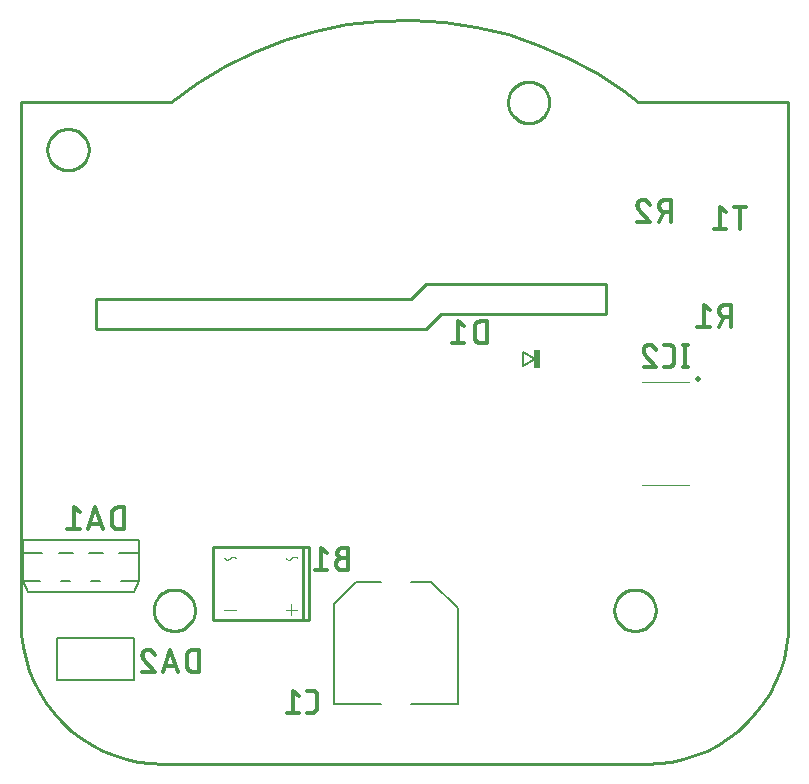
<source format=gbr>
G04 EAGLE Gerber RS-274X export*
G75*
%MOMM*%
%FSLAX34Y34*%
%LPD*%
%INSilkscreen Bottom*%
%IPPOS*%
%AMOC8*
5,1,8,0,0,1.08239X$1,22.5*%
G01*
%ADD10C,0.330200*%
%ADD11C,0.203200*%
%ADD12R,0.609600X1.574800*%
%ADD13C,0.500000*%
%ADD14C,0.120000*%
%ADD15C,0.254000*%
%ADD16C,0.101600*%
%ADD17C,0.254000*%


D10*
X601599Y369951D02*
X601599Y388493D01*
X596448Y388493D01*
X596306Y388491D01*
X596164Y388485D01*
X596023Y388475D01*
X595881Y388462D01*
X595740Y388444D01*
X595600Y388423D01*
X595460Y388397D01*
X595322Y388368D01*
X595184Y388335D01*
X595046Y388299D01*
X594910Y388258D01*
X594775Y388214D01*
X594642Y388166D01*
X594510Y388114D01*
X594379Y388059D01*
X594250Y388000D01*
X594122Y387938D01*
X593996Y387872D01*
X593873Y387803D01*
X593751Y387730D01*
X593631Y387654D01*
X593513Y387575D01*
X593397Y387492D01*
X593284Y387407D01*
X593173Y387318D01*
X593065Y387226D01*
X592959Y387132D01*
X592856Y387034D01*
X592756Y386934D01*
X592658Y386831D01*
X592564Y386725D01*
X592472Y386617D01*
X592383Y386506D01*
X592298Y386393D01*
X592215Y386277D01*
X592136Y386159D01*
X592060Y386039D01*
X591987Y385918D01*
X591918Y385794D01*
X591852Y385668D01*
X591790Y385540D01*
X591731Y385411D01*
X591676Y385280D01*
X591624Y385148D01*
X591576Y385015D01*
X591532Y384880D01*
X591491Y384744D01*
X591455Y384606D01*
X591422Y384468D01*
X591393Y384330D01*
X591367Y384190D01*
X591346Y384050D01*
X591328Y383909D01*
X591315Y383767D01*
X591305Y383626D01*
X591299Y383484D01*
X591297Y383342D01*
X591299Y383200D01*
X591305Y383058D01*
X591315Y382917D01*
X591328Y382775D01*
X591346Y382634D01*
X591367Y382494D01*
X591393Y382354D01*
X591422Y382216D01*
X591455Y382078D01*
X591491Y381940D01*
X591532Y381804D01*
X591576Y381669D01*
X591624Y381536D01*
X591676Y381404D01*
X591731Y381273D01*
X591790Y381144D01*
X591852Y381016D01*
X591918Y380890D01*
X591987Y380767D01*
X592060Y380645D01*
X592136Y380525D01*
X592215Y380407D01*
X592298Y380291D01*
X592383Y380178D01*
X592472Y380067D01*
X592564Y379959D01*
X592658Y379853D01*
X592756Y379750D01*
X592856Y379650D01*
X592959Y379552D01*
X593065Y379458D01*
X593173Y379366D01*
X593284Y379277D01*
X593397Y379192D01*
X593513Y379109D01*
X593631Y379030D01*
X593751Y378954D01*
X593872Y378881D01*
X593996Y378812D01*
X594122Y378746D01*
X594250Y378684D01*
X594379Y378625D01*
X594510Y378570D01*
X594642Y378518D01*
X594775Y378470D01*
X594910Y378426D01*
X595046Y378385D01*
X595184Y378349D01*
X595322Y378316D01*
X595460Y378287D01*
X595600Y378261D01*
X595740Y378240D01*
X595881Y378222D01*
X596023Y378209D01*
X596164Y378199D01*
X596306Y378193D01*
X596448Y378191D01*
X596448Y378192D02*
X601599Y378192D01*
X595418Y378192D02*
X591298Y369951D01*
X583199Y384373D02*
X578048Y388493D01*
X578048Y369951D01*
X583199Y369951D02*
X572897Y369951D01*
X550799Y458851D02*
X550799Y477393D01*
X545648Y477393D01*
X545506Y477391D01*
X545364Y477385D01*
X545223Y477375D01*
X545081Y477362D01*
X544940Y477344D01*
X544800Y477323D01*
X544660Y477297D01*
X544522Y477268D01*
X544384Y477235D01*
X544246Y477199D01*
X544110Y477158D01*
X543975Y477114D01*
X543842Y477066D01*
X543710Y477014D01*
X543579Y476959D01*
X543450Y476900D01*
X543322Y476838D01*
X543196Y476772D01*
X543073Y476703D01*
X542951Y476630D01*
X542831Y476554D01*
X542713Y476475D01*
X542597Y476392D01*
X542484Y476307D01*
X542373Y476218D01*
X542265Y476126D01*
X542159Y476032D01*
X542056Y475934D01*
X541956Y475834D01*
X541858Y475731D01*
X541764Y475625D01*
X541672Y475517D01*
X541583Y475406D01*
X541498Y475293D01*
X541415Y475177D01*
X541336Y475059D01*
X541260Y474939D01*
X541187Y474818D01*
X541118Y474694D01*
X541052Y474568D01*
X540990Y474440D01*
X540931Y474311D01*
X540876Y474180D01*
X540824Y474048D01*
X540776Y473915D01*
X540732Y473780D01*
X540691Y473644D01*
X540655Y473506D01*
X540622Y473368D01*
X540593Y473230D01*
X540567Y473090D01*
X540546Y472950D01*
X540528Y472809D01*
X540515Y472667D01*
X540505Y472526D01*
X540499Y472384D01*
X540497Y472242D01*
X540499Y472100D01*
X540505Y471958D01*
X540515Y471817D01*
X540528Y471675D01*
X540546Y471534D01*
X540567Y471394D01*
X540593Y471254D01*
X540622Y471116D01*
X540655Y470978D01*
X540691Y470840D01*
X540732Y470704D01*
X540776Y470569D01*
X540824Y470436D01*
X540876Y470304D01*
X540931Y470173D01*
X540990Y470044D01*
X541052Y469916D01*
X541118Y469790D01*
X541187Y469667D01*
X541260Y469545D01*
X541336Y469425D01*
X541415Y469307D01*
X541498Y469191D01*
X541583Y469078D01*
X541672Y468967D01*
X541764Y468859D01*
X541858Y468753D01*
X541956Y468650D01*
X542056Y468550D01*
X542159Y468452D01*
X542265Y468358D01*
X542373Y468266D01*
X542484Y468177D01*
X542597Y468092D01*
X542713Y468009D01*
X542831Y467930D01*
X542951Y467854D01*
X543072Y467781D01*
X543196Y467712D01*
X543322Y467646D01*
X543450Y467584D01*
X543579Y467525D01*
X543710Y467470D01*
X543842Y467418D01*
X543975Y467370D01*
X544110Y467326D01*
X544246Y467285D01*
X544384Y467249D01*
X544522Y467216D01*
X544660Y467187D01*
X544800Y467161D01*
X544940Y467140D01*
X545081Y467122D01*
X545223Y467109D01*
X545364Y467099D01*
X545506Y467093D01*
X545648Y467091D01*
X545648Y467092D02*
X550799Y467092D01*
X544618Y467092D02*
X540498Y458851D01*
X522097Y472758D02*
X522099Y472893D01*
X522105Y473028D01*
X522115Y473162D01*
X522128Y473296D01*
X522146Y473430D01*
X522167Y473563D01*
X522193Y473695D01*
X522222Y473827D01*
X522255Y473958D01*
X522292Y474088D01*
X522332Y474216D01*
X522377Y474344D01*
X522425Y474470D01*
X522476Y474594D01*
X522531Y474717D01*
X522590Y474839D01*
X522652Y474958D01*
X522718Y475076D01*
X522787Y475192D01*
X522860Y475306D01*
X522935Y475417D01*
X523014Y475526D01*
X523096Y475633D01*
X523182Y475738D01*
X523270Y475840D01*
X523361Y475939D01*
X523455Y476036D01*
X523552Y476130D01*
X523651Y476221D01*
X523753Y476309D01*
X523858Y476395D01*
X523965Y476477D01*
X524074Y476556D01*
X524185Y476631D01*
X524299Y476704D01*
X524415Y476773D01*
X524533Y476839D01*
X524652Y476901D01*
X524774Y476960D01*
X524897Y477015D01*
X525021Y477066D01*
X525147Y477114D01*
X525275Y477159D01*
X525403Y477199D01*
X525533Y477236D01*
X525664Y477269D01*
X525796Y477298D01*
X525928Y477324D01*
X526061Y477345D01*
X526195Y477363D01*
X526329Y477376D01*
X526463Y477386D01*
X526598Y477392D01*
X526733Y477394D01*
X526733Y477393D02*
X526886Y477391D01*
X527039Y477385D01*
X527191Y477375D01*
X527343Y477362D01*
X527495Y477344D01*
X527646Y477323D01*
X527797Y477297D01*
X527947Y477268D01*
X528096Y477235D01*
X528245Y477198D01*
X528392Y477157D01*
X528538Y477113D01*
X528683Y477065D01*
X528827Y477013D01*
X528969Y476957D01*
X529110Y476898D01*
X529250Y476835D01*
X529387Y476769D01*
X529523Y476699D01*
X529657Y476626D01*
X529789Y476549D01*
X529920Y476469D01*
X530048Y476385D01*
X530173Y476299D01*
X530297Y476209D01*
X530418Y476116D01*
X530537Y476020D01*
X530654Y475920D01*
X530767Y475818D01*
X530878Y475713D01*
X530987Y475606D01*
X531092Y475495D01*
X531195Y475382D01*
X531295Y475266D01*
X531391Y475148D01*
X531485Y475027D01*
X531576Y474904D01*
X531663Y474778D01*
X531747Y474651D01*
X531828Y474521D01*
X531905Y474389D01*
X531979Y474256D01*
X532050Y474120D01*
X532117Y473983D01*
X532180Y473844D01*
X532240Y473703D01*
X532297Y473561D01*
X532349Y473418D01*
X532398Y473273D01*
X523642Y469153D02*
X523543Y469250D01*
X523446Y469350D01*
X523353Y469453D01*
X523262Y469558D01*
X523174Y469666D01*
X523089Y469776D01*
X523007Y469888D01*
X522929Y470003D01*
X522853Y470120D01*
X522781Y470239D01*
X522713Y470360D01*
X522648Y470482D01*
X522586Y470607D01*
X522527Y470733D01*
X522473Y470861D01*
X522421Y470990D01*
X522374Y471121D01*
X522330Y471253D01*
X522290Y471386D01*
X522253Y471520D01*
X522221Y471655D01*
X522192Y471791D01*
X522167Y471928D01*
X522145Y472065D01*
X522128Y472203D01*
X522114Y472341D01*
X522105Y472480D01*
X522099Y472619D01*
X522097Y472758D01*
X523643Y469152D02*
X532399Y458851D01*
X522097Y458851D01*
X609148Y452501D02*
X609148Y471043D01*
X603998Y471043D02*
X614299Y471043D01*
X596997Y466923D02*
X591846Y471043D01*
X591846Y452501D01*
X596997Y452501D02*
X586695Y452501D01*
D11*
X435530Y342900D02*
X425530Y348900D01*
X435530Y342900D02*
X425530Y336900D01*
X425530Y348900D01*
D12*
X437388Y342900D03*
D10*
X394589Y355981D02*
X394589Y374523D01*
X389438Y374523D01*
X389296Y374521D01*
X389154Y374515D01*
X389013Y374505D01*
X388871Y374492D01*
X388730Y374474D01*
X388590Y374453D01*
X388450Y374427D01*
X388312Y374398D01*
X388174Y374365D01*
X388036Y374329D01*
X387900Y374288D01*
X387765Y374244D01*
X387632Y374196D01*
X387500Y374144D01*
X387369Y374089D01*
X387240Y374030D01*
X387112Y373968D01*
X386986Y373902D01*
X386863Y373833D01*
X386741Y373760D01*
X386621Y373684D01*
X386503Y373605D01*
X386387Y373522D01*
X386274Y373437D01*
X386163Y373348D01*
X386055Y373256D01*
X385949Y373162D01*
X385846Y373064D01*
X385746Y372964D01*
X385648Y372861D01*
X385554Y372755D01*
X385462Y372647D01*
X385373Y372536D01*
X385288Y372423D01*
X385205Y372307D01*
X385126Y372189D01*
X385050Y372069D01*
X384977Y371948D01*
X384908Y371824D01*
X384842Y371698D01*
X384780Y371570D01*
X384721Y371441D01*
X384666Y371310D01*
X384614Y371178D01*
X384566Y371045D01*
X384522Y370910D01*
X384481Y370774D01*
X384445Y370636D01*
X384412Y370498D01*
X384383Y370360D01*
X384357Y370220D01*
X384336Y370080D01*
X384318Y369939D01*
X384305Y369797D01*
X384295Y369656D01*
X384289Y369514D01*
X384287Y369372D01*
X384288Y369372D02*
X384288Y361132D01*
X384287Y361132D02*
X384289Y360990D01*
X384295Y360848D01*
X384305Y360707D01*
X384318Y360565D01*
X384336Y360424D01*
X384357Y360284D01*
X384383Y360144D01*
X384412Y360006D01*
X384445Y359868D01*
X384481Y359730D01*
X384522Y359594D01*
X384566Y359459D01*
X384614Y359326D01*
X384666Y359194D01*
X384721Y359063D01*
X384780Y358934D01*
X384842Y358806D01*
X384908Y358680D01*
X384977Y358557D01*
X385050Y358435D01*
X385126Y358315D01*
X385205Y358197D01*
X385288Y358081D01*
X385373Y357968D01*
X385462Y357857D01*
X385554Y357749D01*
X385648Y357643D01*
X385746Y357540D01*
X385846Y357440D01*
X385949Y357342D01*
X386055Y357248D01*
X386163Y357156D01*
X386274Y357067D01*
X386387Y356982D01*
X386503Y356899D01*
X386621Y356820D01*
X386741Y356744D01*
X386862Y356671D01*
X386986Y356602D01*
X387112Y356536D01*
X387240Y356474D01*
X387369Y356415D01*
X387500Y356360D01*
X387632Y356308D01*
X387765Y356260D01*
X387900Y356216D01*
X388036Y356175D01*
X388174Y356139D01*
X388312Y356106D01*
X388450Y356077D01*
X388590Y356051D01*
X388730Y356030D01*
X388871Y356012D01*
X389013Y355999D01*
X389154Y355989D01*
X389296Y355983D01*
X389438Y355981D01*
X394589Y355981D01*
X375433Y370403D02*
X370282Y374523D01*
X370282Y355981D01*
X365132Y355981D02*
X375433Y355981D01*
D13*
X573388Y325536D03*
D14*
X566100Y323150D02*
X566100Y323036D01*
X566100Y323150D02*
X526100Y323150D01*
X526100Y323036D01*
X566100Y235764D02*
X566100Y235650D01*
X526100Y235650D01*
X526100Y235764D01*
D10*
X562785Y336037D02*
X562785Y354579D01*
X564845Y336037D02*
X560725Y336037D01*
X560725Y354579D02*
X564845Y354579D01*
X549039Y336037D02*
X544919Y336037D01*
X549039Y336037D02*
X549166Y336039D01*
X549293Y336045D01*
X549419Y336055D01*
X549545Y336068D01*
X549671Y336086D01*
X549796Y336107D01*
X549920Y336132D01*
X550044Y336161D01*
X550166Y336194D01*
X550288Y336231D01*
X550408Y336271D01*
X550527Y336315D01*
X550645Y336363D01*
X550761Y336414D01*
X550875Y336469D01*
X550988Y336527D01*
X551099Y336589D01*
X551208Y336654D01*
X551315Y336723D01*
X551419Y336794D01*
X551522Y336869D01*
X551622Y336947D01*
X551720Y337028D01*
X551815Y337112D01*
X551907Y337199D01*
X551997Y337289D01*
X552084Y337381D01*
X552168Y337476D01*
X552249Y337574D01*
X552327Y337674D01*
X552402Y337777D01*
X552473Y337881D01*
X552542Y337988D01*
X552607Y338097D01*
X552669Y338208D01*
X552727Y338321D01*
X552782Y338435D01*
X552833Y338551D01*
X552881Y338669D01*
X552925Y338788D01*
X552965Y338908D01*
X553002Y339030D01*
X553035Y339152D01*
X553064Y339276D01*
X553089Y339400D01*
X553110Y339525D01*
X553128Y339651D01*
X553141Y339777D01*
X553151Y339903D01*
X553157Y340030D01*
X553159Y340157D01*
X553160Y340157D02*
X553160Y350459D01*
X553159Y350459D02*
X553157Y350586D01*
X553151Y350713D01*
X553141Y350839D01*
X553128Y350965D01*
X553110Y351091D01*
X553089Y351216D01*
X553064Y351340D01*
X553035Y351464D01*
X553002Y351586D01*
X552965Y351708D01*
X552925Y351828D01*
X552881Y351947D01*
X552833Y352065D01*
X552782Y352181D01*
X552727Y352295D01*
X552669Y352408D01*
X552607Y352519D01*
X552542Y352628D01*
X552473Y352735D01*
X552402Y352839D01*
X552327Y352942D01*
X552249Y353042D01*
X552168Y353140D01*
X552084Y353235D01*
X551997Y353327D01*
X551907Y353417D01*
X551815Y353504D01*
X551720Y353588D01*
X551622Y353669D01*
X551522Y353747D01*
X551419Y353822D01*
X551315Y353893D01*
X551208Y353962D01*
X551099Y354027D01*
X550988Y354089D01*
X550875Y354147D01*
X550761Y354202D01*
X550645Y354253D01*
X550527Y354301D01*
X550408Y354345D01*
X550288Y354385D01*
X550166Y354422D01*
X550044Y354455D01*
X549920Y354484D01*
X549796Y354509D01*
X549671Y354530D01*
X549545Y354548D01*
X549419Y354561D01*
X549293Y354571D01*
X549166Y354577D01*
X549039Y354579D01*
X544919Y354579D01*
X531990Y354580D02*
X531855Y354578D01*
X531720Y354572D01*
X531586Y354562D01*
X531452Y354549D01*
X531318Y354531D01*
X531185Y354510D01*
X531053Y354484D01*
X530921Y354455D01*
X530790Y354422D01*
X530660Y354385D01*
X530532Y354345D01*
X530404Y354300D01*
X530278Y354252D01*
X530154Y354201D01*
X530031Y354146D01*
X529909Y354087D01*
X529790Y354025D01*
X529672Y353959D01*
X529556Y353890D01*
X529442Y353817D01*
X529331Y353742D01*
X529222Y353663D01*
X529115Y353581D01*
X529010Y353495D01*
X528908Y353407D01*
X528809Y353316D01*
X528712Y353222D01*
X528618Y353125D01*
X528527Y353026D01*
X528439Y352924D01*
X528353Y352819D01*
X528271Y352712D01*
X528192Y352603D01*
X528117Y352492D01*
X528044Y352378D01*
X527975Y352262D01*
X527909Y352144D01*
X527847Y352025D01*
X527788Y351903D01*
X527733Y351780D01*
X527682Y351656D01*
X527634Y351530D01*
X527589Y351402D01*
X527549Y351274D01*
X527512Y351144D01*
X527479Y351013D01*
X527450Y350881D01*
X527424Y350749D01*
X527403Y350616D01*
X527385Y350482D01*
X527372Y350348D01*
X527362Y350214D01*
X527356Y350079D01*
X527354Y349944D01*
X531990Y354579D02*
X532143Y354577D01*
X532296Y354571D01*
X532448Y354561D01*
X532600Y354548D01*
X532752Y354530D01*
X532903Y354509D01*
X533054Y354483D01*
X533204Y354454D01*
X533353Y354421D01*
X533502Y354384D01*
X533649Y354343D01*
X533795Y354299D01*
X533940Y354251D01*
X534084Y354199D01*
X534226Y354143D01*
X534367Y354084D01*
X534507Y354021D01*
X534644Y353955D01*
X534780Y353885D01*
X534914Y353812D01*
X535046Y353735D01*
X535177Y353655D01*
X535305Y353571D01*
X535430Y353485D01*
X535554Y353395D01*
X535675Y353302D01*
X535794Y353206D01*
X535911Y353106D01*
X536024Y353004D01*
X536135Y352899D01*
X536244Y352792D01*
X536349Y352681D01*
X536452Y352568D01*
X536552Y352452D01*
X536648Y352334D01*
X536742Y352213D01*
X536833Y352090D01*
X536920Y351964D01*
X537004Y351837D01*
X537085Y351707D01*
X537162Y351575D01*
X537236Y351442D01*
X537307Y351306D01*
X537374Y351169D01*
X537437Y351030D01*
X537497Y350889D01*
X537554Y350747D01*
X537606Y350604D01*
X537655Y350459D01*
X528900Y346339D02*
X528801Y346436D01*
X528704Y346536D01*
X528611Y346639D01*
X528520Y346744D01*
X528432Y346852D01*
X528347Y346962D01*
X528265Y347074D01*
X528187Y347189D01*
X528111Y347306D01*
X528039Y347425D01*
X527971Y347546D01*
X527906Y347668D01*
X527844Y347793D01*
X527785Y347919D01*
X527731Y348047D01*
X527679Y348176D01*
X527632Y348307D01*
X527588Y348439D01*
X527548Y348572D01*
X527511Y348706D01*
X527479Y348841D01*
X527450Y348977D01*
X527425Y349114D01*
X527403Y349251D01*
X527386Y349389D01*
X527372Y349527D01*
X527363Y349666D01*
X527357Y349805D01*
X527355Y349944D01*
X528900Y346338D02*
X537656Y336037D01*
X527355Y336037D01*
D11*
X304800Y50800D02*
X265113Y50800D01*
X330200Y50800D02*
X369888Y50800D01*
X369887Y131762D01*
X347662Y153987D01*
X330200Y153988D01*
X265113Y134938D02*
X265113Y50800D01*
X265113Y134938D02*
X284163Y153988D01*
X304800Y153988D01*
D10*
X246855Y43307D02*
X242735Y43307D01*
X246855Y43307D02*
X246982Y43309D01*
X247109Y43315D01*
X247235Y43325D01*
X247361Y43338D01*
X247487Y43356D01*
X247612Y43377D01*
X247736Y43402D01*
X247860Y43431D01*
X247982Y43464D01*
X248104Y43501D01*
X248224Y43541D01*
X248343Y43585D01*
X248461Y43633D01*
X248577Y43684D01*
X248691Y43739D01*
X248804Y43797D01*
X248915Y43859D01*
X249024Y43924D01*
X249131Y43993D01*
X249235Y44064D01*
X249338Y44139D01*
X249438Y44217D01*
X249536Y44298D01*
X249631Y44382D01*
X249723Y44469D01*
X249813Y44559D01*
X249900Y44651D01*
X249984Y44746D01*
X250065Y44844D01*
X250143Y44944D01*
X250218Y45047D01*
X250289Y45151D01*
X250358Y45258D01*
X250423Y45367D01*
X250485Y45478D01*
X250543Y45591D01*
X250598Y45705D01*
X250649Y45821D01*
X250697Y45939D01*
X250741Y46058D01*
X250781Y46178D01*
X250818Y46300D01*
X250851Y46422D01*
X250880Y46546D01*
X250905Y46670D01*
X250926Y46795D01*
X250944Y46921D01*
X250957Y47047D01*
X250967Y47173D01*
X250973Y47300D01*
X250975Y47427D01*
X250976Y47427D02*
X250976Y57729D01*
X250975Y57729D02*
X250973Y57856D01*
X250967Y57983D01*
X250957Y58109D01*
X250944Y58235D01*
X250926Y58361D01*
X250905Y58486D01*
X250880Y58610D01*
X250851Y58734D01*
X250818Y58856D01*
X250781Y58978D01*
X250741Y59098D01*
X250697Y59217D01*
X250649Y59335D01*
X250598Y59451D01*
X250543Y59565D01*
X250485Y59678D01*
X250423Y59789D01*
X250358Y59898D01*
X250289Y60005D01*
X250218Y60109D01*
X250143Y60212D01*
X250065Y60312D01*
X249984Y60410D01*
X249900Y60505D01*
X249813Y60597D01*
X249723Y60687D01*
X249631Y60774D01*
X249536Y60858D01*
X249438Y60939D01*
X249338Y61017D01*
X249235Y61092D01*
X249131Y61163D01*
X249024Y61232D01*
X248915Y61297D01*
X248804Y61359D01*
X248691Y61417D01*
X248577Y61472D01*
X248461Y61523D01*
X248343Y61571D01*
X248224Y61615D01*
X248104Y61655D01*
X247982Y61692D01*
X247860Y61725D01*
X247736Y61754D01*
X247612Y61779D01*
X247487Y61800D01*
X247361Y61818D01*
X247235Y61831D01*
X247109Y61841D01*
X246982Y61847D01*
X246855Y61849D01*
X242735Y61849D01*
X235472Y57729D02*
X230322Y61849D01*
X230322Y43307D01*
X235472Y43307D02*
X225171Y43307D01*
D15*
X243700Y183400D02*
X162700Y183400D01*
X162700Y121400D01*
X238700Y121400D01*
X243700Y121400D01*
X243700Y183400D01*
D16*
X233950Y174150D02*
X233893Y174238D01*
X233833Y174324D01*
X233769Y174408D01*
X233702Y174489D01*
X233633Y174568D01*
X233560Y174644D01*
X233485Y174717D01*
X233407Y174788D01*
X233326Y174855D01*
X233243Y174919D01*
X233157Y174980D01*
X233069Y175038D01*
X232980Y175093D01*
X232888Y175144D01*
X232794Y175191D01*
X232699Y175235D01*
X232602Y175276D01*
X232503Y175312D01*
X232403Y175345D01*
X232302Y175375D01*
X232200Y175400D01*
X232097Y175422D01*
X231994Y175439D01*
X231890Y175453D01*
X231785Y175463D01*
X231680Y175469D01*
X231575Y175471D01*
X231470Y175469D01*
X231365Y175463D01*
X231260Y175453D01*
X231156Y175439D01*
X231053Y175422D01*
X230950Y175400D01*
X230848Y175375D01*
X230747Y175345D01*
X230647Y175312D01*
X230548Y175276D01*
X230451Y175235D01*
X230356Y175191D01*
X230262Y175144D01*
X230170Y175093D01*
X230081Y175038D01*
X229993Y174980D01*
X229907Y174919D01*
X229824Y174855D01*
X229743Y174788D01*
X229665Y174717D01*
X229590Y174644D01*
X229517Y174568D01*
X229448Y174489D01*
X229381Y174408D01*
X229317Y174324D01*
X229257Y174238D01*
X229200Y174150D01*
X229143Y174062D01*
X229083Y173976D01*
X229019Y173892D01*
X228952Y173811D01*
X228883Y173732D01*
X228810Y173656D01*
X228735Y173583D01*
X228657Y173512D01*
X228576Y173445D01*
X228493Y173381D01*
X228407Y173320D01*
X228319Y173262D01*
X228230Y173207D01*
X228138Y173156D01*
X228044Y173109D01*
X227949Y173065D01*
X227852Y173024D01*
X227753Y172988D01*
X227653Y172955D01*
X227552Y172925D01*
X227450Y172900D01*
X227347Y172878D01*
X227244Y172861D01*
X227140Y172847D01*
X227035Y172837D01*
X226930Y172831D01*
X226825Y172829D01*
X226720Y172831D01*
X226615Y172837D01*
X226510Y172847D01*
X226406Y172861D01*
X226303Y172878D01*
X226200Y172900D01*
X226098Y172925D01*
X225997Y172955D01*
X225897Y172988D01*
X225798Y173024D01*
X225701Y173065D01*
X225606Y173109D01*
X225512Y173156D01*
X225420Y173207D01*
X225331Y173262D01*
X225243Y173320D01*
X225157Y173381D01*
X225074Y173445D01*
X224993Y173512D01*
X224915Y173583D01*
X224840Y173656D01*
X224767Y173732D01*
X224698Y173811D01*
X224631Y173892D01*
X224567Y173976D01*
X224507Y174062D01*
X224450Y174150D01*
X181950Y174150D02*
X181893Y174238D01*
X181833Y174324D01*
X181769Y174408D01*
X181702Y174489D01*
X181633Y174568D01*
X181560Y174644D01*
X181485Y174717D01*
X181407Y174788D01*
X181326Y174855D01*
X181243Y174919D01*
X181157Y174980D01*
X181069Y175038D01*
X180980Y175093D01*
X180888Y175144D01*
X180794Y175191D01*
X180699Y175235D01*
X180602Y175276D01*
X180503Y175312D01*
X180403Y175345D01*
X180302Y175375D01*
X180200Y175400D01*
X180097Y175422D01*
X179994Y175439D01*
X179890Y175453D01*
X179785Y175463D01*
X179680Y175469D01*
X179575Y175471D01*
X179470Y175469D01*
X179365Y175463D01*
X179260Y175453D01*
X179156Y175439D01*
X179053Y175422D01*
X178950Y175400D01*
X178848Y175375D01*
X178747Y175345D01*
X178647Y175312D01*
X178548Y175276D01*
X178451Y175235D01*
X178356Y175191D01*
X178262Y175144D01*
X178170Y175093D01*
X178081Y175038D01*
X177993Y174980D01*
X177907Y174919D01*
X177824Y174855D01*
X177743Y174788D01*
X177665Y174717D01*
X177590Y174644D01*
X177517Y174568D01*
X177448Y174489D01*
X177381Y174408D01*
X177317Y174324D01*
X177257Y174238D01*
X177200Y174150D01*
X177143Y174062D01*
X177083Y173976D01*
X177019Y173892D01*
X176952Y173811D01*
X176883Y173732D01*
X176810Y173656D01*
X176735Y173583D01*
X176657Y173512D01*
X176576Y173445D01*
X176493Y173381D01*
X176407Y173320D01*
X176319Y173262D01*
X176230Y173207D01*
X176138Y173156D01*
X176044Y173109D01*
X175949Y173065D01*
X175852Y173024D01*
X175753Y172988D01*
X175653Y172955D01*
X175552Y172925D01*
X175450Y172900D01*
X175347Y172878D01*
X175244Y172861D01*
X175140Y172847D01*
X175035Y172837D01*
X174930Y172831D01*
X174825Y172829D01*
X174720Y172831D01*
X174615Y172837D01*
X174510Y172847D01*
X174406Y172861D01*
X174303Y172878D01*
X174200Y172900D01*
X174098Y172925D01*
X173997Y172955D01*
X173897Y172988D01*
X173798Y173024D01*
X173701Y173065D01*
X173606Y173109D01*
X173512Y173156D01*
X173420Y173207D01*
X173331Y173262D01*
X173243Y173320D01*
X173157Y173381D01*
X173074Y173445D01*
X172993Y173512D01*
X172915Y173583D01*
X172840Y173656D01*
X172767Y173732D01*
X172698Y173811D01*
X172631Y173892D01*
X172567Y173976D01*
X172507Y174062D01*
X172450Y174150D01*
X224450Y130650D02*
X233950Y130650D01*
X181950Y130650D02*
X172450Y130650D01*
X229200Y125900D02*
X229200Y135400D01*
D15*
X238700Y121400D02*
X238700Y183400D01*
D10*
X272054Y174258D02*
X277204Y174258D01*
X272054Y174259D02*
X271912Y174257D01*
X271770Y174251D01*
X271629Y174241D01*
X271487Y174228D01*
X271346Y174210D01*
X271206Y174189D01*
X271066Y174163D01*
X270928Y174134D01*
X270790Y174101D01*
X270652Y174065D01*
X270516Y174024D01*
X270381Y173980D01*
X270248Y173932D01*
X270116Y173880D01*
X269985Y173825D01*
X269856Y173766D01*
X269728Y173704D01*
X269602Y173638D01*
X269479Y173569D01*
X269357Y173496D01*
X269237Y173420D01*
X269119Y173341D01*
X269003Y173258D01*
X268890Y173173D01*
X268779Y173084D01*
X268671Y172992D01*
X268565Y172898D01*
X268462Y172800D01*
X268362Y172700D01*
X268264Y172597D01*
X268170Y172491D01*
X268078Y172383D01*
X267989Y172272D01*
X267904Y172159D01*
X267821Y172043D01*
X267742Y171925D01*
X267666Y171805D01*
X267593Y171684D01*
X267524Y171560D01*
X267458Y171434D01*
X267396Y171306D01*
X267337Y171177D01*
X267282Y171046D01*
X267230Y170914D01*
X267182Y170781D01*
X267138Y170646D01*
X267097Y170510D01*
X267061Y170372D01*
X267028Y170234D01*
X266999Y170096D01*
X266973Y169956D01*
X266952Y169816D01*
X266934Y169675D01*
X266921Y169533D01*
X266911Y169392D01*
X266905Y169250D01*
X266903Y169108D01*
X266905Y168966D01*
X266911Y168824D01*
X266921Y168683D01*
X266934Y168541D01*
X266952Y168400D01*
X266973Y168260D01*
X266999Y168120D01*
X267028Y167982D01*
X267061Y167844D01*
X267097Y167706D01*
X267138Y167570D01*
X267182Y167435D01*
X267230Y167302D01*
X267282Y167170D01*
X267337Y167039D01*
X267396Y166910D01*
X267458Y166782D01*
X267524Y166656D01*
X267593Y166533D01*
X267666Y166411D01*
X267742Y166291D01*
X267821Y166173D01*
X267904Y166057D01*
X267989Y165944D01*
X268078Y165833D01*
X268170Y165725D01*
X268264Y165619D01*
X268362Y165516D01*
X268462Y165416D01*
X268565Y165318D01*
X268671Y165224D01*
X268779Y165132D01*
X268890Y165043D01*
X269003Y164958D01*
X269119Y164875D01*
X269237Y164796D01*
X269357Y164720D01*
X269478Y164647D01*
X269602Y164578D01*
X269728Y164512D01*
X269856Y164450D01*
X269985Y164391D01*
X270116Y164336D01*
X270248Y164284D01*
X270381Y164236D01*
X270516Y164192D01*
X270652Y164151D01*
X270790Y164115D01*
X270928Y164082D01*
X271066Y164053D01*
X271206Y164027D01*
X271346Y164006D01*
X271487Y163988D01*
X271629Y163975D01*
X271770Y163965D01*
X271912Y163959D01*
X272054Y163957D01*
X277204Y163957D01*
X277204Y182499D01*
X272054Y182499D01*
X271927Y182497D01*
X271800Y182491D01*
X271674Y182481D01*
X271548Y182468D01*
X271422Y182450D01*
X271297Y182429D01*
X271173Y182404D01*
X271049Y182375D01*
X270927Y182342D01*
X270805Y182305D01*
X270685Y182265D01*
X270566Y182221D01*
X270448Y182173D01*
X270332Y182122D01*
X270218Y182067D01*
X270105Y182009D01*
X269994Y181947D01*
X269885Y181882D01*
X269778Y181813D01*
X269674Y181742D01*
X269571Y181667D01*
X269471Y181589D01*
X269373Y181508D01*
X269278Y181424D01*
X269186Y181337D01*
X269096Y181247D01*
X269009Y181155D01*
X268925Y181060D01*
X268844Y180962D01*
X268766Y180862D01*
X268691Y180759D01*
X268620Y180655D01*
X268551Y180548D01*
X268486Y180439D01*
X268424Y180328D01*
X268366Y180215D01*
X268311Y180101D01*
X268260Y179985D01*
X268212Y179867D01*
X268168Y179748D01*
X268128Y179628D01*
X268091Y179506D01*
X268058Y179384D01*
X268029Y179260D01*
X268004Y179136D01*
X267983Y179011D01*
X267965Y178885D01*
X267952Y178759D01*
X267942Y178633D01*
X267936Y178506D01*
X267934Y178379D01*
X267936Y178252D01*
X267942Y178125D01*
X267952Y177999D01*
X267965Y177873D01*
X267983Y177747D01*
X268004Y177622D01*
X268029Y177498D01*
X268058Y177374D01*
X268091Y177252D01*
X268128Y177130D01*
X268168Y177010D01*
X268212Y176891D01*
X268260Y176773D01*
X268311Y176657D01*
X268366Y176543D01*
X268424Y176430D01*
X268486Y176319D01*
X268551Y176210D01*
X268620Y176103D01*
X268691Y175999D01*
X268766Y175896D01*
X268844Y175796D01*
X268925Y175698D01*
X269009Y175603D01*
X269096Y175511D01*
X269186Y175421D01*
X269278Y175334D01*
X269373Y175250D01*
X269471Y175169D01*
X269571Y175091D01*
X269674Y175016D01*
X269778Y174945D01*
X269885Y174876D01*
X269994Y174811D01*
X270105Y174749D01*
X270218Y174691D01*
X270332Y174636D01*
X270448Y174585D01*
X270566Y174537D01*
X270685Y174493D01*
X270805Y174453D01*
X270927Y174416D01*
X271049Y174383D01*
X271173Y174354D01*
X271297Y174329D01*
X271422Y174308D01*
X271548Y174290D01*
X271674Y174277D01*
X271800Y174267D01*
X271927Y174261D01*
X272054Y174259D01*
X259602Y178379D02*
X254452Y182499D01*
X254452Y163957D01*
X259602Y163957D02*
X249301Y163957D01*
D11*
X99695Y178435D02*
X99695Y189548D01*
X99695Y178435D02*
X99695Y154623D01*
X95800Y145500D01*
X5800Y145500D01*
X1905Y154623D01*
X1905Y178435D01*
X1905Y189548D01*
X99695Y189548D01*
X99695Y178435D02*
X83185Y178435D01*
X69533Y178435D02*
X57785Y178435D01*
X43815Y178435D02*
X32385Y178435D01*
X18098Y178435D02*
X1905Y178435D01*
X84773Y154623D02*
X99695Y154623D01*
X67310Y154623D02*
X59690Y154623D01*
X41910Y154623D02*
X34290Y154623D01*
X16510Y154623D02*
X1905Y154623D01*
D10*
X87498Y198501D02*
X87498Y217043D01*
X82347Y217043D01*
X82205Y217041D01*
X82063Y217035D01*
X81922Y217025D01*
X81780Y217012D01*
X81639Y216994D01*
X81499Y216973D01*
X81359Y216947D01*
X81221Y216918D01*
X81083Y216885D01*
X80945Y216849D01*
X80809Y216808D01*
X80674Y216764D01*
X80541Y216716D01*
X80409Y216664D01*
X80278Y216609D01*
X80149Y216550D01*
X80021Y216488D01*
X79895Y216422D01*
X79772Y216353D01*
X79650Y216280D01*
X79530Y216204D01*
X79412Y216125D01*
X79296Y216042D01*
X79183Y215957D01*
X79072Y215868D01*
X78964Y215776D01*
X78858Y215682D01*
X78755Y215584D01*
X78655Y215484D01*
X78557Y215381D01*
X78463Y215275D01*
X78371Y215167D01*
X78282Y215056D01*
X78197Y214943D01*
X78114Y214827D01*
X78035Y214709D01*
X77959Y214589D01*
X77886Y214468D01*
X77817Y214344D01*
X77751Y214218D01*
X77689Y214090D01*
X77630Y213961D01*
X77575Y213830D01*
X77523Y213698D01*
X77475Y213565D01*
X77431Y213430D01*
X77390Y213294D01*
X77354Y213156D01*
X77321Y213018D01*
X77292Y212880D01*
X77266Y212740D01*
X77245Y212600D01*
X77227Y212459D01*
X77214Y212317D01*
X77204Y212176D01*
X77198Y212034D01*
X77196Y211892D01*
X77197Y211892D02*
X77197Y203652D01*
X77196Y203652D02*
X77198Y203510D01*
X77204Y203368D01*
X77214Y203227D01*
X77227Y203085D01*
X77245Y202944D01*
X77266Y202804D01*
X77292Y202664D01*
X77321Y202526D01*
X77354Y202388D01*
X77390Y202250D01*
X77431Y202114D01*
X77475Y201979D01*
X77523Y201846D01*
X77575Y201714D01*
X77630Y201583D01*
X77689Y201454D01*
X77751Y201326D01*
X77817Y201200D01*
X77886Y201077D01*
X77959Y200955D01*
X78035Y200835D01*
X78114Y200717D01*
X78197Y200601D01*
X78282Y200488D01*
X78371Y200377D01*
X78463Y200269D01*
X78557Y200163D01*
X78655Y200060D01*
X78755Y199960D01*
X78858Y199862D01*
X78964Y199768D01*
X79072Y199676D01*
X79183Y199587D01*
X79296Y199502D01*
X79412Y199419D01*
X79530Y199340D01*
X79650Y199264D01*
X79771Y199191D01*
X79895Y199122D01*
X80021Y199056D01*
X80149Y198994D01*
X80278Y198935D01*
X80409Y198880D01*
X80541Y198828D01*
X80674Y198780D01*
X80809Y198736D01*
X80945Y198695D01*
X81083Y198659D01*
X81221Y198626D01*
X81359Y198597D01*
X81499Y198571D01*
X81639Y198550D01*
X81780Y198532D01*
X81922Y198519D01*
X82063Y198509D01*
X82205Y198503D01*
X82347Y198501D01*
X87498Y198501D01*
X69372Y198501D02*
X63191Y217043D01*
X57010Y198501D01*
X58556Y203137D02*
X67827Y203137D01*
X49803Y212923D02*
X44653Y217043D01*
X44653Y198501D01*
X49803Y198501D02*
X39502Y198501D01*
D11*
X30730Y106680D02*
X30730Y71120D01*
X96270Y71120D01*
X96270Y106680D01*
X30730Y106680D01*
D10*
X150998Y96393D02*
X150998Y77851D01*
X150998Y96393D02*
X145847Y96393D01*
X145705Y96391D01*
X145563Y96385D01*
X145422Y96375D01*
X145280Y96362D01*
X145139Y96344D01*
X144999Y96323D01*
X144859Y96297D01*
X144721Y96268D01*
X144583Y96235D01*
X144445Y96199D01*
X144309Y96158D01*
X144174Y96114D01*
X144041Y96066D01*
X143909Y96014D01*
X143778Y95959D01*
X143649Y95900D01*
X143521Y95838D01*
X143395Y95772D01*
X143272Y95703D01*
X143150Y95630D01*
X143030Y95554D01*
X142912Y95475D01*
X142796Y95392D01*
X142683Y95307D01*
X142572Y95218D01*
X142464Y95126D01*
X142358Y95032D01*
X142255Y94934D01*
X142155Y94834D01*
X142057Y94731D01*
X141963Y94625D01*
X141871Y94517D01*
X141782Y94406D01*
X141697Y94293D01*
X141614Y94177D01*
X141535Y94059D01*
X141459Y93939D01*
X141386Y93818D01*
X141317Y93694D01*
X141251Y93568D01*
X141189Y93440D01*
X141130Y93311D01*
X141075Y93180D01*
X141023Y93048D01*
X140975Y92915D01*
X140931Y92780D01*
X140890Y92644D01*
X140854Y92506D01*
X140821Y92368D01*
X140792Y92230D01*
X140766Y92090D01*
X140745Y91950D01*
X140727Y91809D01*
X140714Y91667D01*
X140704Y91526D01*
X140698Y91384D01*
X140696Y91242D01*
X140697Y91242D02*
X140697Y83002D01*
X140696Y83002D02*
X140698Y82860D01*
X140704Y82718D01*
X140714Y82577D01*
X140727Y82435D01*
X140745Y82294D01*
X140766Y82154D01*
X140792Y82014D01*
X140821Y81876D01*
X140854Y81738D01*
X140890Y81600D01*
X140931Y81464D01*
X140975Y81329D01*
X141023Y81196D01*
X141075Y81064D01*
X141130Y80933D01*
X141189Y80804D01*
X141251Y80676D01*
X141317Y80550D01*
X141386Y80427D01*
X141459Y80305D01*
X141535Y80185D01*
X141614Y80067D01*
X141697Y79951D01*
X141782Y79838D01*
X141871Y79727D01*
X141963Y79619D01*
X142057Y79513D01*
X142155Y79410D01*
X142255Y79310D01*
X142358Y79212D01*
X142464Y79118D01*
X142572Y79026D01*
X142683Y78937D01*
X142796Y78852D01*
X142912Y78769D01*
X143030Y78690D01*
X143150Y78614D01*
X143271Y78541D01*
X143395Y78472D01*
X143521Y78406D01*
X143649Y78344D01*
X143778Y78285D01*
X143909Y78230D01*
X144041Y78178D01*
X144174Y78130D01*
X144309Y78086D01*
X144445Y78045D01*
X144583Y78009D01*
X144721Y77976D01*
X144859Y77947D01*
X144999Y77921D01*
X145139Y77900D01*
X145280Y77882D01*
X145422Y77869D01*
X145563Y77859D01*
X145705Y77853D01*
X145847Y77851D01*
X150998Y77851D01*
X132872Y77851D02*
X126691Y96393D01*
X120510Y77851D01*
X122056Y82487D02*
X131327Y82487D01*
X107638Y96394D02*
X107503Y96392D01*
X107368Y96386D01*
X107234Y96376D01*
X107100Y96363D01*
X106966Y96345D01*
X106833Y96324D01*
X106701Y96298D01*
X106569Y96269D01*
X106438Y96236D01*
X106308Y96199D01*
X106180Y96159D01*
X106052Y96114D01*
X105926Y96066D01*
X105802Y96015D01*
X105679Y95960D01*
X105557Y95901D01*
X105438Y95839D01*
X105320Y95773D01*
X105204Y95704D01*
X105090Y95631D01*
X104979Y95556D01*
X104870Y95477D01*
X104763Y95395D01*
X104658Y95309D01*
X104556Y95221D01*
X104457Y95130D01*
X104360Y95036D01*
X104266Y94939D01*
X104175Y94840D01*
X104087Y94738D01*
X104001Y94633D01*
X103919Y94526D01*
X103840Y94417D01*
X103765Y94306D01*
X103692Y94192D01*
X103623Y94076D01*
X103557Y93958D01*
X103495Y93839D01*
X103436Y93717D01*
X103381Y93594D01*
X103330Y93470D01*
X103282Y93344D01*
X103237Y93216D01*
X103197Y93088D01*
X103160Y92958D01*
X103127Y92827D01*
X103098Y92695D01*
X103072Y92563D01*
X103051Y92430D01*
X103033Y92296D01*
X103020Y92162D01*
X103010Y92028D01*
X103004Y91893D01*
X103002Y91758D01*
X107638Y96393D02*
X107791Y96391D01*
X107944Y96385D01*
X108096Y96375D01*
X108248Y96362D01*
X108400Y96344D01*
X108551Y96323D01*
X108702Y96297D01*
X108852Y96268D01*
X109001Y96235D01*
X109150Y96198D01*
X109297Y96157D01*
X109443Y96113D01*
X109588Y96065D01*
X109732Y96013D01*
X109874Y95957D01*
X110015Y95898D01*
X110155Y95835D01*
X110292Y95769D01*
X110428Y95699D01*
X110562Y95626D01*
X110694Y95549D01*
X110825Y95469D01*
X110953Y95385D01*
X111078Y95299D01*
X111202Y95209D01*
X111323Y95116D01*
X111442Y95020D01*
X111559Y94920D01*
X111672Y94818D01*
X111783Y94713D01*
X111892Y94606D01*
X111997Y94495D01*
X112100Y94382D01*
X112200Y94266D01*
X112296Y94148D01*
X112390Y94027D01*
X112481Y93904D01*
X112568Y93778D01*
X112652Y93651D01*
X112733Y93521D01*
X112810Y93389D01*
X112884Y93256D01*
X112955Y93120D01*
X113022Y92983D01*
X113085Y92844D01*
X113145Y92703D01*
X113202Y92561D01*
X113254Y92418D01*
X113303Y92273D01*
X104547Y88153D02*
X104448Y88250D01*
X104351Y88350D01*
X104258Y88453D01*
X104167Y88558D01*
X104079Y88666D01*
X103994Y88776D01*
X103912Y88888D01*
X103834Y89003D01*
X103758Y89120D01*
X103686Y89239D01*
X103618Y89360D01*
X103553Y89482D01*
X103491Y89607D01*
X103432Y89733D01*
X103378Y89861D01*
X103326Y89990D01*
X103279Y90121D01*
X103235Y90253D01*
X103195Y90386D01*
X103158Y90520D01*
X103126Y90655D01*
X103097Y90791D01*
X103072Y90928D01*
X103050Y91065D01*
X103033Y91203D01*
X103019Y91341D01*
X103010Y91480D01*
X103004Y91619D01*
X103002Y91758D01*
X104547Y88152D02*
X113303Y77851D01*
X103002Y77851D01*
D17*
X0Y120000D02*
X457Y109541D01*
X1823Y99162D01*
X4089Y88942D01*
X7237Y78958D01*
X11243Y69286D01*
X16077Y60000D01*
X21702Y51171D01*
X28075Y42866D01*
X35147Y35147D01*
X42866Y28075D01*
X51171Y21702D01*
X60000Y16077D01*
X69286Y11243D01*
X78958Y7237D01*
X88942Y4089D01*
X99162Y1823D01*
X109541Y457D01*
X120000Y0D01*
X530000Y0D01*
X540459Y457D01*
X550838Y1823D01*
X561058Y4089D01*
X571042Y7237D01*
X580714Y11243D01*
X590000Y16077D01*
X598829Y21702D01*
X607135Y28075D01*
X614853Y35147D01*
X621925Y42866D01*
X628298Y51171D01*
X633923Y60000D01*
X638757Y69286D01*
X642763Y78958D01*
X645911Y88942D01*
X648177Y99162D01*
X649543Y109541D01*
X650000Y120000D01*
X650000Y560000D01*
X522990Y560000D01*
X510408Y569654D01*
X487508Y584845D01*
X463371Y597981D01*
X438181Y608964D01*
X412130Y617710D01*
X385415Y624152D01*
X358241Y628241D01*
X330814Y629946D01*
X303342Y629255D01*
X276036Y626171D01*
X249102Y620720D01*
X222745Y612941D01*
X197167Y602895D01*
X172562Y590659D01*
X149117Y576324D01*
X127010Y560000D01*
X0Y560000D01*
X0Y120000D01*
X63500Y368300D02*
X342900Y368300D01*
X355600Y381000D01*
X495300Y381000D01*
X495300Y406400D01*
X342900Y406400D01*
X330200Y393700D01*
X63500Y393700D01*
X63500Y368300D01*
X147500Y129427D02*
X147425Y128284D01*
X147276Y127148D01*
X147052Y126024D01*
X146755Y124917D01*
X146387Y123832D01*
X145949Y122774D01*
X145442Y121746D01*
X144869Y120754D01*
X144232Y119801D01*
X143535Y118892D01*
X142779Y118031D01*
X141969Y117221D01*
X141108Y116465D01*
X140199Y115768D01*
X139246Y115131D01*
X138254Y114558D01*
X137226Y114051D01*
X136168Y113613D01*
X135083Y113245D01*
X133976Y112948D01*
X132852Y112725D01*
X131716Y112575D01*
X130573Y112500D01*
X129427Y112500D01*
X128284Y112575D01*
X127148Y112725D01*
X126024Y112948D01*
X124917Y113245D01*
X123832Y113613D01*
X122774Y114051D01*
X121746Y114558D01*
X120754Y115131D01*
X119801Y115768D01*
X118892Y116465D01*
X118031Y117221D01*
X117221Y118031D01*
X116465Y118892D01*
X115768Y119801D01*
X115131Y120754D01*
X114558Y121746D01*
X114051Y122774D01*
X113613Y123832D01*
X113245Y124917D01*
X112948Y126024D01*
X112725Y127148D01*
X112575Y128284D01*
X112500Y129427D01*
X112500Y130573D01*
X112575Y131716D01*
X112725Y132852D01*
X112948Y133976D01*
X113245Y135083D01*
X113613Y136168D01*
X114051Y137226D01*
X114558Y138254D01*
X115131Y139246D01*
X115768Y140199D01*
X116465Y141108D01*
X117221Y141969D01*
X118031Y142779D01*
X118892Y143535D01*
X119801Y144232D01*
X120754Y144869D01*
X121746Y145442D01*
X122774Y145949D01*
X123832Y146387D01*
X124917Y146755D01*
X126024Y147052D01*
X127148Y147276D01*
X128284Y147425D01*
X129427Y147500D01*
X130573Y147500D01*
X131716Y147425D01*
X132852Y147276D01*
X133976Y147052D01*
X135083Y146755D01*
X136168Y146387D01*
X137226Y145949D01*
X138254Y145442D01*
X139246Y144869D01*
X140199Y144232D01*
X141108Y143535D01*
X141969Y142779D01*
X142779Y141969D01*
X143535Y141108D01*
X144232Y140199D01*
X144869Y139246D01*
X145442Y138254D01*
X145949Y137226D01*
X146387Y136168D01*
X146755Y135083D01*
X147052Y133976D01*
X147276Y132852D01*
X147425Y131716D01*
X147500Y130573D01*
X147500Y129427D01*
X537500Y129427D02*
X537425Y128284D01*
X537276Y127148D01*
X537052Y126024D01*
X536755Y124917D01*
X536387Y123832D01*
X535949Y122774D01*
X535442Y121746D01*
X534869Y120754D01*
X534232Y119801D01*
X533535Y118892D01*
X532779Y118031D01*
X531969Y117221D01*
X531108Y116465D01*
X530199Y115768D01*
X529246Y115131D01*
X528254Y114558D01*
X527226Y114051D01*
X526168Y113613D01*
X525083Y113245D01*
X523976Y112948D01*
X522852Y112725D01*
X521716Y112575D01*
X520573Y112500D01*
X519427Y112500D01*
X518284Y112575D01*
X517148Y112725D01*
X516024Y112948D01*
X514917Y113245D01*
X513832Y113613D01*
X512774Y114051D01*
X511746Y114558D01*
X510754Y115131D01*
X509801Y115768D01*
X508892Y116465D01*
X508031Y117221D01*
X507221Y118031D01*
X506465Y118892D01*
X505768Y119801D01*
X505131Y120754D01*
X504558Y121746D01*
X504051Y122774D01*
X503613Y123832D01*
X503245Y124917D01*
X502948Y126024D01*
X502725Y127148D01*
X502575Y128284D01*
X502500Y129427D01*
X502500Y130573D01*
X502575Y131716D01*
X502725Y132852D01*
X502948Y133976D01*
X503245Y135083D01*
X503613Y136168D01*
X504051Y137226D01*
X504558Y138254D01*
X505131Y139246D01*
X505768Y140199D01*
X506465Y141108D01*
X507221Y141969D01*
X508031Y142779D01*
X508892Y143535D01*
X509801Y144232D01*
X510754Y144869D01*
X511746Y145442D01*
X512774Y145949D01*
X513832Y146387D01*
X514917Y146755D01*
X516024Y147052D01*
X517148Y147276D01*
X518284Y147425D01*
X519427Y147500D01*
X520573Y147500D01*
X521716Y147425D01*
X522852Y147276D01*
X523976Y147052D01*
X525083Y146755D01*
X526168Y146387D01*
X527226Y145949D01*
X528254Y145442D01*
X529246Y144869D01*
X530199Y144232D01*
X531108Y143535D01*
X531969Y142779D01*
X532779Y141969D01*
X533535Y141108D01*
X534232Y140199D01*
X534869Y139246D01*
X535442Y138254D01*
X535949Y137226D01*
X536387Y136168D01*
X536755Y135083D01*
X537052Y133976D01*
X537276Y132852D01*
X537425Y131716D01*
X537500Y130573D01*
X537500Y129427D01*
X447500Y559427D02*
X447425Y558284D01*
X447276Y557148D01*
X447052Y556024D01*
X446755Y554917D01*
X446387Y553832D01*
X445949Y552774D01*
X445442Y551746D01*
X444869Y550754D01*
X444232Y549801D01*
X443535Y548892D01*
X442779Y548031D01*
X441969Y547221D01*
X441108Y546465D01*
X440199Y545768D01*
X439246Y545131D01*
X438254Y544558D01*
X437226Y544051D01*
X436168Y543613D01*
X435083Y543245D01*
X433976Y542948D01*
X432852Y542725D01*
X431716Y542575D01*
X430573Y542500D01*
X429427Y542500D01*
X428284Y542575D01*
X427148Y542725D01*
X426024Y542948D01*
X424917Y543245D01*
X423832Y543613D01*
X422774Y544051D01*
X421746Y544558D01*
X420754Y545131D01*
X419801Y545768D01*
X418892Y546465D01*
X418031Y547221D01*
X417221Y548031D01*
X416465Y548892D01*
X415768Y549801D01*
X415131Y550754D01*
X414558Y551746D01*
X414051Y552774D01*
X413613Y553832D01*
X413245Y554917D01*
X412948Y556024D01*
X412725Y557148D01*
X412575Y558284D01*
X412500Y559427D01*
X412500Y560573D01*
X412575Y561716D01*
X412725Y562852D01*
X412948Y563976D01*
X413245Y565083D01*
X413613Y566168D01*
X414051Y567226D01*
X414558Y568254D01*
X415131Y569246D01*
X415768Y570199D01*
X416465Y571108D01*
X417221Y571969D01*
X418031Y572779D01*
X418892Y573535D01*
X419801Y574232D01*
X420754Y574869D01*
X421746Y575442D01*
X422774Y575949D01*
X423832Y576387D01*
X424917Y576755D01*
X426024Y577052D01*
X427148Y577276D01*
X428284Y577425D01*
X429427Y577500D01*
X430573Y577500D01*
X431716Y577425D01*
X432852Y577276D01*
X433976Y577052D01*
X435083Y576755D01*
X436168Y576387D01*
X437226Y575949D01*
X438254Y575442D01*
X439246Y574869D01*
X440199Y574232D01*
X441108Y573535D01*
X441969Y572779D01*
X442779Y571969D01*
X443535Y571108D01*
X444232Y570199D01*
X444869Y569246D01*
X445442Y568254D01*
X445949Y567226D01*
X446387Y566168D01*
X446755Y565083D01*
X447052Y563976D01*
X447276Y562852D01*
X447425Y561716D01*
X447500Y560573D01*
X447500Y559427D01*
X57500Y519427D02*
X57425Y518284D01*
X57276Y517148D01*
X57052Y516024D01*
X56755Y514917D01*
X56387Y513832D01*
X55949Y512774D01*
X55442Y511746D01*
X54869Y510754D01*
X54232Y509801D01*
X53535Y508892D01*
X52779Y508031D01*
X51969Y507221D01*
X51108Y506465D01*
X50199Y505768D01*
X49246Y505131D01*
X48254Y504558D01*
X47226Y504051D01*
X46168Y503613D01*
X45083Y503245D01*
X43976Y502948D01*
X42852Y502725D01*
X41716Y502575D01*
X40573Y502500D01*
X39427Y502500D01*
X38284Y502575D01*
X37148Y502725D01*
X36024Y502948D01*
X34917Y503245D01*
X33832Y503613D01*
X32774Y504051D01*
X31746Y504558D01*
X30754Y505131D01*
X29801Y505768D01*
X28892Y506465D01*
X28031Y507221D01*
X27221Y508031D01*
X26465Y508892D01*
X25768Y509801D01*
X25131Y510754D01*
X24558Y511746D01*
X24051Y512774D01*
X23613Y513832D01*
X23245Y514917D01*
X22948Y516024D01*
X22725Y517148D01*
X22575Y518284D01*
X22500Y519427D01*
X22500Y520573D01*
X22575Y521716D01*
X22725Y522852D01*
X22948Y523976D01*
X23245Y525083D01*
X23613Y526168D01*
X24051Y527226D01*
X24558Y528254D01*
X25131Y529246D01*
X25768Y530199D01*
X26465Y531108D01*
X27221Y531969D01*
X28031Y532779D01*
X28892Y533535D01*
X29801Y534232D01*
X30754Y534869D01*
X31746Y535442D01*
X32774Y535949D01*
X33832Y536387D01*
X34917Y536755D01*
X36024Y537052D01*
X37148Y537276D01*
X38284Y537425D01*
X39427Y537500D01*
X40573Y537500D01*
X41716Y537425D01*
X42852Y537276D01*
X43976Y537052D01*
X45083Y536755D01*
X46168Y536387D01*
X47226Y535949D01*
X48254Y535442D01*
X49246Y534869D01*
X50199Y534232D01*
X51108Y533535D01*
X51969Y532779D01*
X52779Y531969D01*
X53535Y531108D01*
X54232Y530199D01*
X54869Y529246D01*
X55442Y528254D01*
X55949Y527226D01*
X56387Y526168D01*
X56755Y525083D01*
X57052Y523976D01*
X57276Y522852D01*
X57425Y521716D01*
X57500Y520573D01*
X57500Y519427D01*
M02*

</source>
